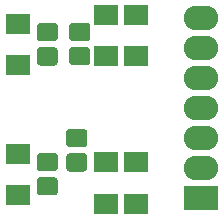
<source format=gbr>
G04 #@! TF.GenerationSoftware,KiCad,Pcbnew,5.0.0*
G04 #@! TF.CreationDate,2018-08-13T16:41:50-03:00*
G04 #@! TF.ProjectId,drv18,64727631382E6B696361645F70636200,rev?*
G04 #@! TF.SameCoordinates,Original*
G04 #@! TF.FileFunction,Soldermask,Top*
G04 #@! TF.FilePolarity,Negative*
%FSLAX46Y46*%
G04 Gerber Fmt 4.6, Leading zero omitted, Abs format (unit mm)*
G04 Created by KiCad (PCBNEW 5.0.0) date Mon Aug 13 16:41:50 2018*
%MOMM*%
%LPD*%
G01*
G04 APERTURE LIST*
%ADD10R,2.100000X1.700000*%
%ADD11R,2.900000X2.100000*%
%ADD12O,2.900000X2.100000*%
%ADD13C,0.100000*%
%ADD14C,1.550000*%
G04 APERTURE END LIST*
D10*
G04 #@! TO.C,D106*
X160750000Y-81500000D03*
X160750000Y-85000000D03*
G04 #@! TD*
G04 #@! TO.C,D107*
X163250000Y-85000000D03*
X163250000Y-81500000D03*
G04 #@! TD*
G04 #@! TO.C,D105*
X153250000Y-82250000D03*
X153250000Y-85750000D03*
G04 #@! TD*
G04 #@! TO.C,D103*
X160750000Y-94000000D03*
X160750000Y-97500000D03*
G04 #@! TD*
G04 #@! TO.C,D101*
X153250000Y-93250000D03*
X153250000Y-96750000D03*
G04 #@! TD*
G04 #@! TO.C,D104*
X163250000Y-97500000D03*
X163250000Y-94000000D03*
G04 #@! TD*
D11*
G04 #@! TO.C,J101*
X168750000Y-97000000D03*
D12*
X168750000Y-94460000D03*
X168750000Y-91920000D03*
X168750000Y-89380000D03*
X168750000Y-86840000D03*
X168750000Y-84300000D03*
X168750000Y-81760000D03*
G04 #@! TD*
D13*
G04 #@! TO.C,R105*
G36*
X159096071Y-82176623D02*
X159128781Y-82181475D01*
X159160857Y-82189509D01*
X159191991Y-82200649D01*
X159221884Y-82214787D01*
X159250247Y-82231787D01*
X159276807Y-82251485D01*
X159301308Y-82273692D01*
X159323515Y-82298193D01*
X159343213Y-82324753D01*
X159360213Y-82353116D01*
X159374351Y-82383009D01*
X159385491Y-82414143D01*
X159393525Y-82446219D01*
X159398377Y-82478929D01*
X159400000Y-82511956D01*
X159400000Y-83388044D01*
X159398377Y-83421071D01*
X159393525Y-83453781D01*
X159385491Y-83485857D01*
X159374351Y-83516991D01*
X159360213Y-83546884D01*
X159343213Y-83575247D01*
X159323515Y-83601807D01*
X159301308Y-83626308D01*
X159276807Y-83648515D01*
X159250247Y-83668213D01*
X159221884Y-83685213D01*
X159191991Y-83699351D01*
X159160857Y-83710491D01*
X159128781Y-83718525D01*
X159096071Y-83723377D01*
X159063044Y-83725000D01*
X157936956Y-83725000D01*
X157903929Y-83723377D01*
X157871219Y-83718525D01*
X157839143Y-83710491D01*
X157808009Y-83699351D01*
X157778116Y-83685213D01*
X157749753Y-83668213D01*
X157723193Y-83648515D01*
X157698692Y-83626308D01*
X157676485Y-83601807D01*
X157656787Y-83575247D01*
X157639787Y-83546884D01*
X157625649Y-83516991D01*
X157614509Y-83485857D01*
X157606475Y-83453781D01*
X157601623Y-83421071D01*
X157600000Y-83388044D01*
X157600000Y-82511956D01*
X157601623Y-82478929D01*
X157606475Y-82446219D01*
X157614509Y-82414143D01*
X157625649Y-82383009D01*
X157639787Y-82353116D01*
X157656787Y-82324753D01*
X157676485Y-82298193D01*
X157698692Y-82273692D01*
X157723193Y-82251485D01*
X157749753Y-82231787D01*
X157778116Y-82214787D01*
X157808009Y-82200649D01*
X157839143Y-82189509D01*
X157871219Y-82181475D01*
X157903929Y-82176623D01*
X157936956Y-82175000D01*
X159063044Y-82175000D01*
X159096071Y-82176623D01*
X159096071Y-82176623D01*
G37*
D14*
X158500000Y-82950000D03*
D13*
G36*
X159096071Y-84226623D02*
X159128781Y-84231475D01*
X159160857Y-84239509D01*
X159191991Y-84250649D01*
X159221884Y-84264787D01*
X159250247Y-84281787D01*
X159276807Y-84301485D01*
X159301308Y-84323692D01*
X159323515Y-84348193D01*
X159343213Y-84374753D01*
X159360213Y-84403116D01*
X159374351Y-84433009D01*
X159385491Y-84464143D01*
X159393525Y-84496219D01*
X159398377Y-84528929D01*
X159400000Y-84561956D01*
X159400000Y-85438044D01*
X159398377Y-85471071D01*
X159393525Y-85503781D01*
X159385491Y-85535857D01*
X159374351Y-85566991D01*
X159360213Y-85596884D01*
X159343213Y-85625247D01*
X159323515Y-85651807D01*
X159301308Y-85676308D01*
X159276807Y-85698515D01*
X159250247Y-85718213D01*
X159221884Y-85735213D01*
X159191991Y-85749351D01*
X159160857Y-85760491D01*
X159128781Y-85768525D01*
X159096071Y-85773377D01*
X159063044Y-85775000D01*
X157936956Y-85775000D01*
X157903929Y-85773377D01*
X157871219Y-85768525D01*
X157839143Y-85760491D01*
X157808009Y-85749351D01*
X157778116Y-85735213D01*
X157749753Y-85718213D01*
X157723193Y-85698515D01*
X157698692Y-85676308D01*
X157676485Y-85651807D01*
X157656787Y-85625247D01*
X157639787Y-85596884D01*
X157625649Y-85566991D01*
X157614509Y-85535857D01*
X157606475Y-85503781D01*
X157601623Y-85471071D01*
X157600000Y-85438044D01*
X157600000Y-84561956D01*
X157601623Y-84528929D01*
X157606475Y-84496219D01*
X157614509Y-84464143D01*
X157625649Y-84433009D01*
X157639787Y-84403116D01*
X157656787Y-84374753D01*
X157676485Y-84348193D01*
X157698692Y-84323692D01*
X157723193Y-84301485D01*
X157749753Y-84281787D01*
X157778116Y-84264787D01*
X157808009Y-84250649D01*
X157839143Y-84239509D01*
X157871219Y-84231475D01*
X157903929Y-84226623D01*
X157936956Y-84225000D01*
X159063044Y-84225000D01*
X159096071Y-84226623D01*
X159096071Y-84226623D01*
G37*
D14*
X158500000Y-85000000D03*
G04 #@! TD*
D13*
G04 #@! TO.C,R101*
G36*
X158846071Y-93226623D02*
X158878781Y-93231475D01*
X158910857Y-93239509D01*
X158941991Y-93250649D01*
X158971884Y-93264787D01*
X159000247Y-93281787D01*
X159026807Y-93301485D01*
X159051308Y-93323692D01*
X159073515Y-93348193D01*
X159093213Y-93374753D01*
X159110213Y-93403116D01*
X159124351Y-93433009D01*
X159135491Y-93464143D01*
X159143525Y-93496219D01*
X159148377Y-93528929D01*
X159150000Y-93561956D01*
X159150000Y-94438044D01*
X159148377Y-94471071D01*
X159143525Y-94503781D01*
X159135491Y-94535857D01*
X159124351Y-94566991D01*
X159110213Y-94596884D01*
X159093213Y-94625247D01*
X159073515Y-94651807D01*
X159051308Y-94676308D01*
X159026807Y-94698515D01*
X159000247Y-94718213D01*
X158971884Y-94735213D01*
X158941991Y-94749351D01*
X158910857Y-94760491D01*
X158878781Y-94768525D01*
X158846071Y-94773377D01*
X158813044Y-94775000D01*
X157686956Y-94775000D01*
X157653929Y-94773377D01*
X157621219Y-94768525D01*
X157589143Y-94760491D01*
X157558009Y-94749351D01*
X157528116Y-94735213D01*
X157499753Y-94718213D01*
X157473193Y-94698515D01*
X157448692Y-94676308D01*
X157426485Y-94651807D01*
X157406787Y-94625247D01*
X157389787Y-94596884D01*
X157375649Y-94566991D01*
X157364509Y-94535857D01*
X157356475Y-94503781D01*
X157351623Y-94471071D01*
X157350000Y-94438044D01*
X157350000Y-93561956D01*
X157351623Y-93528929D01*
X157356475Y-93496219D01*
X157364509Y-93464143D01*
X157375649Y-93433009D01*
X157389787Y-93403116D01*
X157406787Y-93374753D01*
X157426485Y-93348193D01*
X157448692Y-93323692D01*
X157473193Y-93301485D01*
X157499753Y-93281787D01*
X157528116Y-93264787D01*
X157558009Y-93250649D01*
X157589143Y-93239509D01*
X157621219Y-93231475D01*
X157653929Y-93226623D01*
X157686956Y-93225000D01*
X158813044Y-93225000D01*
X158846071Y-93226623D01*
X158846071Y-93226623D01*
G37*
D14*
X158250000Y-94000000D03*
D13*
G36*
X158846071Y-91176623D02*
X158878781Y-91181475D01*
X158910857Y-91189509D01*
X158941991Y-91200649D01*
X158971884Y-91214787D01*
X159000247Y-91231787D01*
X159026807Y-91251485D01*
X159051308Y-91273692D01*
X159073515Y-91298193D01*
X159093213Y-91324753D01*
X159110213Y-91353116D01*
X159124351Y-91383009D01*
X159135491Y-91414143D01*
X159143525Y-91446219D01*
X159148377Y-91478929D01*
X159150000Y-91511956D01*
X159150000Y-92388044D01*
X159148377Y-92421071D01*
X159143525Y-92453781D01*
X159135491Y-92485857D01*
X159124351Y-92516991D01*
X159110213Y-92546884D01*
X159093213Y-92575247D01*
X159073515Y-92601807D01*
X159051308Y-92626308D01*
X159026807Y-92648515D01*
X159000247Y-92668213D01*
X158971884Y-92685213D01*
X158941991Y-92699351D01*
X158910857Y-92710491D01*
X158878781Y-92718525D01*
X158846071Y-92723377D01*
X158813044Y-92725000D01*
X157686956Y-92725000D01*
X157653929Y-92723377D01*
X157621219Y-92718525D01*
X157589143Y-92710491D01*
X157558009Y-92699351D01*
X157528116Y-92685213D01*
X157499753Y-92668213D01*
X157473193Y-92648515D01*
X157448692Y-92626308D01*
X157426485Y-92601807D01*
X157406787Y-92575247D01*
X157389787Y-92546884D01*
X157375649Y-92516991D01*
X157364509Y-92485857D01*
X157356475Y-92453781D01*
X157351623Y-92421071D01*
X157350000Y-92388044D01*
X157350000Y-91511956D01*
X157351623Y-91478929D01*
X157356475Y-91446219D01*
X157364509Y-91414143D01*
X157375649Y-91383009D01*
X157389787Y-91353116D01*
X157406787Y-91324753D01*
X157426485Y-91298193D01*
X157448692Y-91273692D01*
X157473193Y-91251485D01*
X157499753Y-91231787D01*
X157528116Y-91214787D01*
X157558009Y-91200649D01*
X157589143Y-91189509D01*
X157621219Y-91181475D01*
X157653929Y-91176623D01*
X157686956Y-91175000D01*
X158813044Y-91175000D01*
X158846071Y-91176623D01*
X158846071Y-91176623D01*
G37*
D14*
X158250000Y-91950000D03*
G04 #@! TD*
D13*
G04 #@! TO.C,R102*
G36*
X156346071Y-93201623D02*
X156378781Y-93206475D01*
X156410857Y-93214509D01*
X156441991Y-93225649D01*
X156471884Y-93239787D01*
X156500247Y-93256787D01*
X156526807Y-93276485D01*
X156551308Y-93298692D01*
X156573515Y-93323193D01*
X156593213Y-93349753D01*
X156610213Y-93378116D01*
X156624351Y-93408009D01*
X156635491Y-93439143D01*
X156643525Y-93471219D01*
X156648377Y-93503929D01*
X156650000Y-93536956D01*
X156650000Y-94413044D01*
X156648377Y-94446071D01*
X156643525Y-94478781D01*
X156635491Y-94510857D01*
X156624351Y-94541991D01*
X156610213Y-94571884D01*
X156593213Y-94600247D01*
X156573515Y-94626807D01*
X156551308Y-94651308D01*
X156526807Y-94673515D01*
X156500247Y-94693213D01*
X156471884Y-94710213D01*
X156441991Y-94724351D01*
X156410857Y-94735491D01*
X156378781Y-94743525D01*
X156346071Y-94748377D01*
X156313044Y-94750000D01*
X155186956Y-94750000D01*
X155153929Y-94748377D01*
X155121219Y-94743525D01*
X155089143Y-94735491D01*
X155058009Y-94724351D01*
X155028116Y-94710213D01*
X154999753Y-94693213D01*
X154973193Y-94673515D01*
X154948692Y-94651308D01*
X154926485Y-94626807D01*
X154906787Y-94600247D01*
X154889787Y-94571884D01*
X154875649Y-94541991D01*
X154864509Y-94510857D01*
X154856475Y-94478781D01*
X154851623Y-94446071D01*
X154850000Y-94413044D01*
X154850000Y-93536956D01*
X154851623Y-93503929D01*
X154856475Y-93471219D01*
X154864509Y-93439143D01*
X154875649Y-93408009D01*
X154889787Y-93378116D01*
X154906787Y-93349753D01*
X154926485Y-93323193D01*
X154948692Y-93298692D01*
X154973193Y-93276485D01*
X154999753Y-93256787D01*
X155028116Y-93239787D01*
X155058009Y-93225649D01*
X155089143Y-93214509D01*
X155121219Y-93206475D01*
X155153929Y-93201623D01*
X155186956Y-93200000D01*
X156313044Y-93200000D01*
X156346071Y-93201623D01*
X156346071Y-93201623D01*
G37*
D14*
X155750000Y-93975000D03*
D13*
G36*
X156346071Y-95251623D02*
X156378781Y-95256475D01*
X156410857Y-95264509D01*
X156441991Y-95275649D01*
X156471884Y-95289787D01*
X156500247Y-95306787D01*
X156526807Y-95326485D01*
X156551308Y-95348692D01*
X156573515Y-95373193D01*
X156593213Y-95399753D01*
X156610213Y-95428116D01*
X156624351Y-95458009D01*
X156635491Y-95489143D01*
X156643525Y-95521219D01*
X156648377Y-95553929D01*
X156650000Y-95586956D01*
X156650000Y-96463044D01*
X156648377Y-96496071D01*
X156643525Y-96528781D01*
X156635491Y-96560857D01*
X156624351Y-96591991D01*
X156610213Y-96621884D01*
X156593213Y-96650247D01*
X156573515Y-96676807D01*
X156551308Y-96701308D01*
X156526807Y-96723515D01*
X156500247Y-96743213D01*
X156471884Y-96760213D01*
X156441991Y-96774351D01*
X156410857Y-96785491D01*
X156378781Y-96793525D01*
X156346071Y-96798377D01*
X156313044Y-96800000D01*
X155186956Y-96800000D01*
X155153929Y-96798377D01*
X155121219Y-96793525D01*
X155089143Y-96785491D01*
X155058009Y-96774351D01*
X155028116Y-96760213D01*
X154999753Y-96743213D01*
X154973193Y-96723515D01*
X154948692Y-96701308D01*
X154926485Y-96676807D01*
X154906787Y-96650247D01*
X154889787Y-96621884D01*
X154875649Y-96591991D01*
X154864509Y-96560857D01*
X154856475Y-96528781D01*
X154851623Y-96496071D01*
X154850000Y-96463044D01*
X154850000Y-95586956D01*
X154851623Y-95553929D01*
X154856475Y-95521219D01*
X154864509Y-95489143D01*
X154875649Y-95458009D01*
X154889787Y-95428116D01*
X154906787Y-95399753D01*
X154926485Y-95373193D01*
X154948692Y-95348692D01*
X154973193Y-95326485D01*
X154999753Y-95306787D01*
X155028116Y-95289787D01*
X155058009Y-95275649D01*
X155089143Y-95264509D01*
X155121219Y-95256475D01*
X155153929Y-95251623D01*
X155186956Y-95250000D01*
X156313044Y-95250000D01*
X156346071Y-95251623D01*
X156346071Y-95251623D01*
G37*
D14*
X155750000Y-96025000D03*
G04 #@! TD*
D13*
G04 #@! TO.C,R104*
G36*
X156346071Y-84251623D02*
X156378781Y-84256475D01*
X156410857Y-84264509D01*
X156441991Y-84275649D01*
X156471884Y-84289787D01*
X156500247Y-84306787D01*
X156526807Y-84326485D01*
X156551308Y-84348692D01*
X156573515Y-84373193D01*
X156593213Y-84399753D01*
X156610213Y-84428116D01*
X156624351Y-84458009D01*
X156635491Y-84489143D01*
X156643525Y-84521219D01*
X156648377Y-84553929D01*
X156650000Y-84586956D01*
X156650000Y-85463044D01*
X156648377Y-85496071D01*
X156643525Y-85528781D01*
X156635491Y-85560857D01*
X156624351Y-85591991D01*
X156610213Y-85621884D01*
X156593213Y-85650247D01*
X156573515Y-85676807D01*
X156551308Y-85701308D01*
X156526807Y-85723515D01*
X156500247Y-85743213D01*
X156471884Y-85760213D01*
X156441991Y-85774351D01*
X156410857Y-85785491D01*
X156378781Y-85793525D01*
X156346071Y-85798377D01*
X156313044Y-85800000D01*
X155186956Y-85800000D01*
X155153929Y-85798377D01*
X155121219Y-85793525D01*
X155089143Y-85785491D01*
X155058009Y-85774351D01*
X155028116Y-85760213D01*
X154999753Y-85743213D01*
X154973193Y-85723515D01*
X154948692Y-85701308D01*
X154926485Y-85676807D01*
X154906787Y-85650247D01*
X154889787Y-85621884D01*
X154875649Y-85591991D01*
X154864509Y-85560857D01*
X154856475Y-85528781D01*
X154851623Y-85496071D01*
X154850000Y-85463044D01*
X154850000Y-84586956D01*
X154851623Y-84553929D01*
X154856475Y-84521219D01*
X154864509Y-84489143D01*
X154875649Y-84458009D01*
X154889787Y-84428116D01*
X154906787Y-84399753D01*
X154926485Y-84373193D01*
X154948692Y-84348692D01*
X154973193Y-84326485D01*
X154999753Y-84306787D01*
X155028116Y-84289787D01*
X155058009Y-84275649D01*
X155089143Y-84264509D01*
X155121219Y-84256475D01*
X155153929Y-84251623D01*
X155186956Y-84250000D01*
X156313044Y-84250000D01*
X156346071Y-84251623D01*
X156346071Y-84251623D01*
G37*
D14*
X155750000Y-85025000D03*
D13*
G36*
X156346071Y-82201623D02*
X156378781Y-82206475D01*
X156410857Y-82214509D01*
X156441991Y-82225649D01*
X156471884Y-82239787D01*
X156500247Y-82256787D01*
X156526807Y-82276485D01*
X156551308Y-82298692D01*
X156573515Y-82323193D01*
X156593213Y-82349753D01*
X156610213Y-82378116D01*
X156624351Y-82408009D01*
X156635491Y-82439143D01*
X156643525Y-82471219D01*
X156648377Y-82503929D01*
X156650000Y-82536956D01*
X156650000Y-83413044D01*
X156648377Y-83446071D01*
X156643525Y-83478781D01*
X156635491Y-83510857D01*
X156624351Y-83541991D01*
X156610213Y-83571884D01*
X156593213Y-83600247D01*
X156573515Y-83626807D01*
X156551308Y-83651308D01*
X156526807Y-83673515D01*
X156500247Y-83693213D01*
X156471884Y-83710213D01*
X156441991Y-83724351D01*
X156410857Y-83735491D01*
X156378781Y-83743525D01*
X156346071Y-83748377D01*
X156313044Y-83750000D01*
X155186956Y-83750000D01*
X155153929Y-83748377D01*
X155121219Y-83743525D01*
X155089143Y-83735491D01*
X155058009Y-83724351D01*
X155028116Y-83710213D01*
X154999753Y-83693213D01*
X154973193Y-83673515D01*
X154948692Y-83651308D01*
X154926485Y-83626807D01*
X154906787Y-83600247D01*
X154889787Y-83571884D01*
X154875649Y-83541991D01*
X154864509Y-83510857D01*
X154856475Y-83478781D01*
X154851623Y-83446071D01*
X154850000Y-83413044D01*
X154850000Y-82536956D01*
X154851623Y-82503929D01*
X154856475Y-82471219D01*
X154864509Y-82439143D01*
X154875649Y-82408009D01*
X154889787Y-82378116D01*
X154906787Y-82349753D01*
X154926485Y-82323193D01*
X154948692Y-82298692D01*
X154973193Y-82276485D01*
X154999753Y-82256787D01*
X155028116Y-82239787D01*
X155058009Y-82225649D01*
X155089143Y-82214509D01*
X155121219Y-82206475D01*
X155153929Y-82201623D01*
X155186956Y-82200000D01*
X156313044Y-82200000D01*
X156346071Y-82201623D01*
X156346071Y-82201623D01*
G37*
D14*
X155750000Y-82975000D03*
G04 #@! TD*
M02*

</source>
